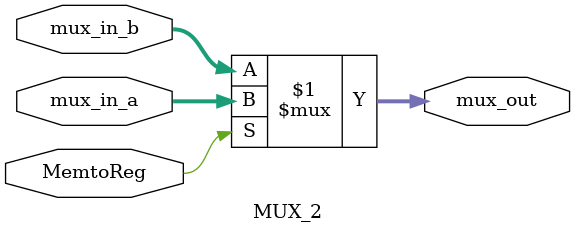
<source format=v>
`timescale 1ns / 1ps


(* keep_hierarchy = "yes" *) module MUX_2(MemtoReg, mux_in_a, mux_in_b, mux_out);
    input MemtoReg;
    input [31:0] mux_in_a, mux_in_b;
    output [31:0] mux_out;
    
    assign mux_out = (MemtoReg)? mux_in_a : mux_in_b;
    
endmodule

</source>
